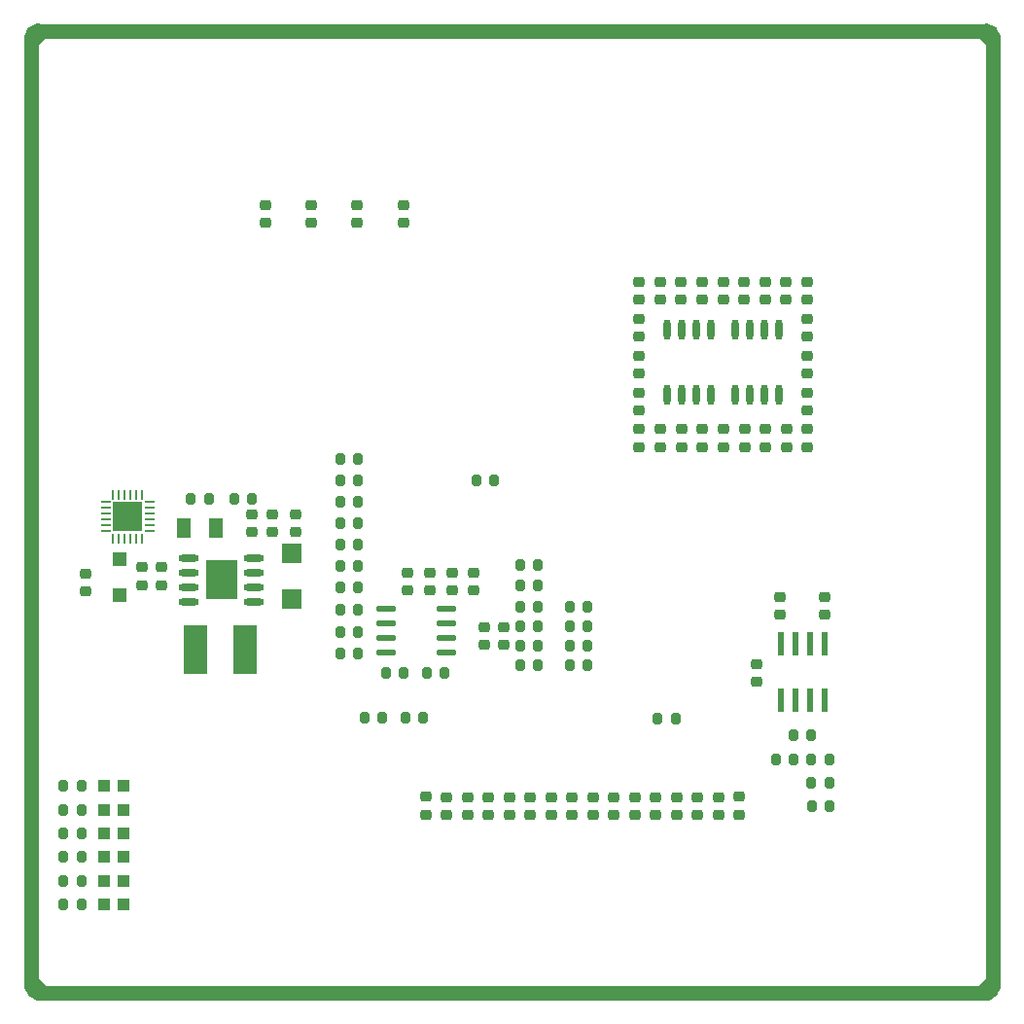
<source format=gbp>
G04*
G04 #@! TF.GenerationSoftware,Altium Limited,Altium Designer,24.1.2 (44)*
G04*
G04 Layer_Color=128*
%FSLAX44Y44*%
%MOMM*%
G71*
G04*
G04 #@! TF.SameCoordinates,89FD491B-927F-4867-851F-A5E68215B016*
G04*
G04*
G04 #@! TF.FilePolarity,Positive*
G04*
G01*
G75*
%ADD23C,1.2300*%
G04:AMPARAMS|DCode=34|XSize=0.95mm|YSize=0.85mm|CornerRadius=0.2125mm|HoleSize=0mm|Usage=FLASHONLY|Rotation=180.000|XOffset=0mm|YOffset=0mm|HoleType=Round|Shape=RoundedRectangle|*
%AMROUNDEDRECTD34*
21,1,0.9500,0.4250,0,0,180.0*
21,1,0.5250,0.8500,0,0,180.0*
1,1,0.4250,-0.2625,0.2125*
1,1,0.4250,0.2625,0.2125*
1,1,0.4250,0.2625,-0.2125*
1,1,0.4250,-0.2625,-0.2125*
%
%ADD34ROUNDEDRECTD34*%
G04:AMPARAMS|DCode=35|XSize=0.95mm|YSize=0.85mm|CornerRadius=0.2125mm|HoleSize=0mm|Usage=FLASHONLY|Rotation=90.000|XOffset=0mm|YOffset=0mm|HoleType=Round|Shape=RoundedRectangle|*
%AMROUNDEDRECTD35*
21,1,0.9500,0.4250,0,0,90.0*
21,1,0.5250,0.8500,0,0,90.0*
1,1,0.4250,0.2125,0.2625*
1,1,0.4250,0.2125,-0.2625*
1,1,0.4250,-0.2125,-0.2625*
1,1,0.4250,-0.2125,0.2625*
%
%ADD35ROUNDEDRECTD35*%
%ADD40R,1.8000X1.8000*%
%ADD66O,0.6000X1.8000*%
G04:AMPARAMS|DCode=150|XSize=1.97mm|YSize=0.59mm|CornerRadius=0.0738mm|HoleSize=0mm|Usage=FLASHONLY|Rotation=270.000|XOffset=0mm|YOffset=0mm|HoleType=Round|Shape=RoundedRectangle|*
%AMROUNDEDRECTD150*
21,1,1.9700,0.4425,0,0,270.0*
21,1,1.8225,0.5900,0,0,270.0*
1,1,0.1475,-0.2213,-0.9113*
1,1,0.1475,-0.2213,0.9113*
1,1,0.1475,0.2213,0.9113*
1,1,0.1475,0.2213,-0.9113*
%
%ADD150ROUNDEDRECTD150*%
%ADD151R,2.7178X3.4036*%
%ADD152O,1.8000X0.6000*%
%ADD153R,2.6500X2.6500*%
%ADD154R,0.8048X0.2746*%
%ADD155R,0.2746X0.8048*%
G04:AMPARAMS|DCode=156|XSize=1.64mm|YSize=0.59mm|CornerRadius=0.1475mm|HoleSize=0mm|Usage=FLASHONLY|Rotation=0.000|XOffset=0mm|YOffset=0mm|HoleType=Round|Shape=RoundedRectangle|*
%AMROUNDEDRECTD156*
21,1,1.6400,0.2950,0,0,0.0*
21,1,1.3450,0.5900,0,0,0.0*
1,1,0.2950,0.6725,-0.1475*
1,1,0.2950,-0.6725,-0.1475*
1,1,0.2950,-0.6725,0.1475*
1,1,0.2950,0.6725,0.1475*
%
%ADD156ROUNDEDRECTD156*%
%ADD157R,2.0000X4.2000*%
G04:AMPARAMS|DCode=158|XSize=1.75mm|YSize=1.25mm|CornerRadius=0.2438mm|HoleSize=0mm|Usage=FLASHONLY|Rotation=270.000|XOffset=0mm|YOffset=0mm|HoleType=Round|Shape=RoundedRectangle|*
%AMROUNDEDRECTD158*
21,1,1.7500,0.7625,0,0,270.0*
21,1,1.2625,1.2500,0,0,270.0*
1,1,0.4875,-0.3813,-0.6313*
1,1,0.4875,-0.3813,0.6313*
1,1,0.4875,0.3813,0.6313*
1,1,0.4875,0.3813,-0.6313*
%
%ADD158ROUNDEDRECTD158*%
%ADD159R,1.1000X1.0000*%
%ADD160R,1.3000X1.1500*%
G36*
X837997Y837997D02*
X837984Y830638D01*
X837837D01*
X830440Y838035D01*
X837959D01*
X837997Y837997D01*
D02*
G37*
G36*
X19362Y837984D02*
Y837837D01*
X11965Y830440D01*
Y837959D01*
X12003Y837997D01*
X19362Y837984D01*
D02*
G37*
G36*
X102180Y421702D02*
X90930D01*
Y432952D01*
X102180D01*
Y421702D01*
D02*
G37*
G36*
X88930D02*
X77680D01*
Y432952D01*
X88930D01*
Y421702D01*
D02*
G37*
G36*
X102180Y408452D02*
X90930D01*
Y419702D01*
X102180D01*
Y408452D01*
D02*
G37*
G36*
X88930D02*
X77680D01*
Y419702D01*
X88930D01*
Y408452D01*
D02*
G37*
G36*
X838035Y12041D02*
X837997Y12003D01*
X830638Y12016D01*
Y12163D01*
X838035Y19560D01*
Y12041D01*
D02*
G37*
G36*
X19560Y11965D02*
X12041D01*
X12003Y12003D01*
X12016Y19362D01*
X12163D01*
X19560Y11965D01*
D02*
G37*
D23*
X12006Y843650D02*
G03*
X6356Y838012I0J-5650D01*
G01*
X6356Y12000D02*
G03*
X11994Y6350I5650J0D01*
G01*
X838006Y6350D02*
G03*
X843656Y11988I0J5650D01*
G01*
X843656Y838000D02*
G03*
X838024Y843650I-5650J0D01*
G01*
X6356Y155503D02*
Y415503D01*
X843656Y706779D02*
Y837975D01*
X843656Y696779D02*
X843656Y706779D01*
X843656Y426780D02*
Y696779D01*
X843656Y416780D02*
X843656Y426780D01*
X843656Y156780D02*
Y416780D01*
X843656Y146780D02*
X843656Y156780D01*
X843656Y12000D02*
Y146780D01*
X700857Y6350D02*
X837981D01*
X690857Y6350D02*
X700857Y6350D01*
X430857Y6350D02*
X690857D01*
X706321Y843650D02*
X838006D01*
X696321Y843650D02*
X706321Y843650D01*
X426322Y843650D02*
X696321D01*
X416322Y843650D02*
X426322Y843650D01*
X156323Y843650D02*
X416322D01*
X146323Y843650D02*
X156323Y843650D01*
X12024Y843650D02*
X146323D01*
X420857Y6350D02*
X430857Y6350D01*
X265000Y6350D02*
X420857D01*
X12006Y6350D02*
X140858D01*
X150858Y6350D01*
X265000D01*
X6356Y705502D02*
Y838000D01*
X6356Y695502D02*
X6356Y705502D01*
X6356Y425503D02*
Y695502D01*
X6356Y415503D02*
X6356Y425503D01*
X6356Y145503D02*
X6356Y155503D01*
X6356Y12025D02*
Y145503D01*
D34*
X696525Y335150D02*
D03*
Y350650D02*
D03*
X658181Y335150D02*
D03*
Y350650D02*
D03*
X637573Y276877D02*
D03*
Y292377D02*
D03*
X349504Y161160D02*
D03*
Y176660D02*
D03*
X367707Y161014D02*
D03*
Y176514D02*
D03*
X385911Y176514D02*
D03*
Y161014D02*
D03*
X404114Y161014D02*
D03*
Y176514D02*
D03*
X422317Y161014D02*
D03*
Y176514D02*
D03*
X440521Y176514D02*
D03*
Y161014D02*
D03*
X458724Y176514D02*
D03*
Y161014D02*
D03*
X476927Y161014D02*
D03*
Y176514D02*
D03*
X495131Y161014D02*
D03*
Y176514D02*
D03*
X513334Y161014D02*
D03*
Y176514D02*
D03*
X531537Y176514D02*
D03*
Y161014D02*
D03*
X549740Y161014D02*
D03*
Y176514D02*
D03*
X567944Y161014D02*
D03*
Y176514D02*
D03*
X586147Y176514D02*
D03*
Y161014D02*
D03*
X604350Y161014D02*
D03*
Y176514D02*
D03*
X622554Y161160D02*
D03*
Y176660D02*
D03*
X53866Y355470D02*
D03*
Y370970D02*
D03*
X663445Y625166D02*
D03*
Y609666D02*
D03*
X608577Y609666D02*
D03*
Y625166D02*
D03*
X681984Y481200D02*
D03*
Y496700D02*
D03*
X645343Y496700D02*
D03*
Y481200D02*
D03*
X626866Y609666D02*
D03*
Y625166D02*
D03*
X663664Y496700D02*
D03*
Y481200D02*
D03*
X535419Y625166D02*
D03*
Y609666D02*
D03*
X553740Y481200D02*
D03*
Y496700D02*
D03*
X571998Y609666D02*
D03*
Y625166D02*
D03*
X590381Y496700D02*
D03*
Y481200D02*
D03*
X590287Y609666D02*
D03*
Y625166D02*
D03*
X572060Y496700D02*
D03*
Y481200D02*
D03*
X198611Y422861D02*
D03*
Y407361D02*
D03*
X391393Y356550D02*
D03*
Y372050D02*
D03*
X372266Y356550D02*
D03*
Y372050D02*
D03*
X353138Y356550D02*
D03*
Y372050D02*
D03*
X334010Y356550D02*
D03*
Y372050D02*
D03*
X210000Y676410D02*
D03*
Y691910D02*
D03*
X250000Y676410D02*
D03*
Y691910D02*
D03*
X681860Y577550D02*
D03*
Y593050D02*
D03*
X681860Y560933D02*
D03*
Y545433D02*
D03*
X681859Y609666D02*
D03*
Y625166D02*
D03*
X681860Y528816D02*
D03*
Y513316D02*
D03*
X645281Y609666D02*
D03*
Y625166D02*
D03*
X627147Y496700D02*
D03*
Y481200D02*
D03*
X535544Y545433D02*
D03*
Y560933D02*
D03*
X535544Y528816D02*
D03*
Y513316D02*
D03*
X535544Y577550D02*
D03*
Y593050D02*
D03*
X535544Y496700D02*
D03*
Y481200D02*
D03*
X553833Y609666D02*
D03*
Y625166D02*
D03*
X608827Y496700D02*
D03*
Y481200D02*
D03*
X236504Y407250D02*
D03*
Y422750D02*
D03*
X102966Y376507D02*
D03*
Y361007D02*
D03*
X119444Y376606D02*
D03*
Y361106D02*
D03*
X417190Y309101D02*
D03*
Y324601D02*
D03*
X400549Y309101D02*
D03*
Y324601D02*
D03*
X216370Y407361D02*
D03*
Y422861D02*
D03*
X330454Y676410D02*
D03*
Y691910D02*
D03*
X290000Y676410D02*
D03*
Y691910D02*
D03*
D35*
X685670Y168410D02*
D03*
X701170D02*
D03*
X685403Y189004D02*
D03*
X700902D02*
D03*
X669902Y230193D02*
D03*
X685403D02*
D03*
X700902Y209599D02*
D03*
X685403D02*
D03*
X669902D02*
D03*
X654402D02*
D03*
X34160Y82804D02*
D03*
X49660D02*
D03*
X34160Y103497D02*
D03*
X49660D02*
D03*
X34160Y124189D02*
D03*
X49660D02*
D03*
X34160Y144881D02*
D03*
X49660D02*
D03*
X290780Y433682D02*
D03*
X275280D02*
D03*
X290780Y377447D02*
D03*
X275280D02*
D03*
X290780Y414937D02*
D03*
X275280D02*
D03*
X290780Y396059D02*
D03*
X275280D02*
D03*
X275280Y452427D02*
D03*
X290780D02*
D03*
X275280Y358702D02*
D03*
X290780D02*
D03*
X275280Y471172D02*
D03*
X290780D02*
D03*
X275280Y339957D02*
D03*
X290780D02*
D03*
X296556Y245638D02*
D03*
X312056D02*
D03*
X198484Y436212D02*
D03*
X182984D02*
D03*
X34160Y186265D02*
D03*
X49660D02*
D03*
X34160Y165573D02*
D03*
X49660D02*
D03*
X290604Y301248D02*
D03*
X275104D02*
D03*
X290780Y320040D02*
D03*
X275280D02*
D03*
X409250Y452500D02*
D03*
X393750D02*
D03*
X332116Y245638D02*
D03*
X347616D02*
D03*
X431956Y308177D02*
D03*
X447456D02*
D03*
X431956Y342366D02*
D03*
X447456D02*
D03*
X431956Y325271D02*
D03*
X447456D02*
D03*
X431956Y291083D02*
D03*
X447456D02*
D03*
X475219Y342366D02*
D03*
X490719D02*
D03*
X475219Y308177D02*
D03*
X490719D02*
D03*
X475219Y325271D02*
D03*
X490719D02*
D03*
X475219Y291083D02*
D03*
X490719D02*
D03*
X160755Y436071D02*
D03*
X145255D02*
D03*
X431958Y378231D02*
D03*
X447458D02*
D03*
Y360781D02*
D03*
X431958D02*
D03*
X366204Y284416D02*
D03*
X350704D02*
D03*
X330644D02*
D03*
X315144D02*
D03*
X551517Y245146D02*
D03*
X567017D02*
D03*
D40*
X232733Y388601D02*
D03*
Y348601D02*
D03*
D66*
X619234Y583531D02*
D03*
X631934D02*
D03*
X644633D02*
D03*
X657334D02*
D03*
X619234Y527031D02*
D03*
X631934D02*
D03*
X644633D02*
D03*
X657334D02*
D03*
X597644Y527031D02*
D03*
X584944D02*
D03*
X572243D02*
D03*
X559543D02*
D03*
X597644Y583531D02*
D03*
X584944D02*
D03*
X572243D02*
D03*
X559543D02*
D03*
D150*
X658425Y310198D02*
D03*
X671125D02*
D03*
X683825D02*
D03*
X696525D02*
D03*
Y260698D02*
D03*
X683825D02*
D03*
X671125D02*
D03*
X658425D02*
D03*
D151*
X171657Y365732D02*
D03*
D152*
X199910Y384476D02*
D03*
Y371776D02*
D03*
Y359076D02*
D03*
Y346376D02*
D03*
X143410Y384476D02*
D03*
Y371776D02*
D03*
Y359076D02*
D03*
Y346376D02*
D03*
D153*
X89930Y420702D02*
D03*
D154*
X70906Y433202D02*
D03*
Y428202D02*
D03*
Y423202D02*
D03*
Y418202D02*
D03*
Y413202D02*
D03*
Y408202D02*
D03*
X108954D02*
D03*
Y413202D02*
D03*
Y418202D02*
D03*
Y423202D02*
D03*
Y428202D02*
D03*
Y433202D02*
D03*
D155*
X77430Y401678D02*
D03*
X82430D02*
D03*
X87430D02*
D03*
X92430D02*
D03*
X97430D02*
D03*
X102430D02*
D03*
Y439726D02*
D03*
X97430D02*
D03*
X92430D02*
D03*
X87430D02*
D03*
X82430D02*
D03*
X77430D02*
D03*
D156*
X315280Y302260D02*
D03*
Y314960D02*
D03*
Y327660D02*
D03*
Y340360D02*
D03*
X367980D02*
D03*
Y327660D02*
D03*
Y314960D02*
D03*
Y302260D02*
D03*
D157*
X192400Y304720D02*
D03*
X149000D02*
D03*
D158*
X166905Y410746D02*
D03*
X138905D02*
D03*
D159*
X69232Y82804D02*
D03*
X86232D02*
D03*
X69232Y103497D02*
D03*
X86232D02*
D03*
X69232Y124189D02*
D03*
X86232D02*
D03*
X69232Y144881D02*
D03*
X86232D02*
D03*
X69232Y186265D02*
D03*
X86232D02*
D03*
X69232Y165573D02*
D03*
X86232D02*
D03*
D160*
X82816Y383720D02*
D03*
Y352720D02*
D03*
M02*

</source>
